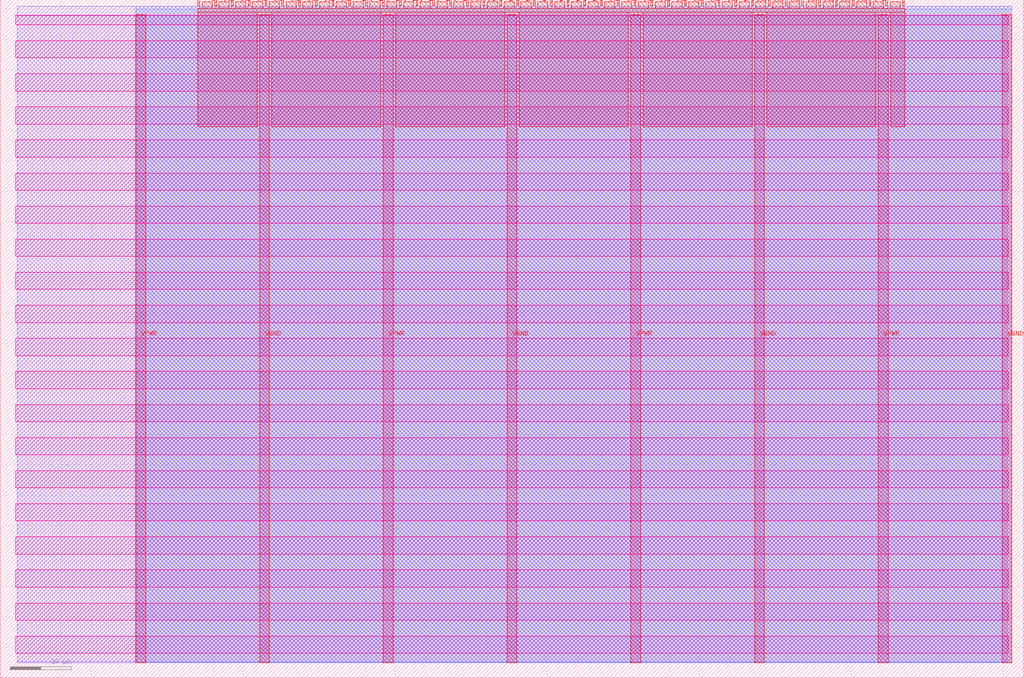
<source format=lef>
VERSION 5.7 ;
  NOWIREEXTENSIONATPIN ON ;
  DIVIDERCHAR "/" ;
  BUSBITCHARS "[]" ;
MACRO tt_um_matrix_multiplier_dup
  CLASS BLOCK ;
  FOREIGN tt_um_matrix_multiplier_dup ;
  ORIGIN 0.000 0.000 ;
  SIZE 168.360 BY 111.520 ;
  PIN VGND
    DIRECTION INOUT ;
    USE GROUND ;
    PORT
      LAYER met4 ;
        RECT 42.670 2.480 44.270 109.040 ;
    END
    PORT
      LAYER met4 ;
        RECT 83.380 2.480 84.980 109.040 ;
    END
    PORT
      LAYER met4 ;
        RECT 124.090 2.480 125.690 109.040 ;
    END
    PORT
      LAYER met4 ;
        RECT 164.800 2.480 166.400 109.040 ;
    END
  END VGND
  PIN VPWR
    DIRECTION INOUT ;
    USE POWER ;
    PORT
      LAYER met4 ;
        RECT 22.315 2.480 23.915 109.040 ;
    END
    PORT
      LAYER met4 ;
        RECT 63.025 2.480 64.625 109.040 ;
    END
    PORT
      LAYER met4 ;
        RECT 103.735 2.480 105.335 109.040 ;
    END
    PORT
      LAYER met4 ;
        RECT 144.445 2.480 146.045 109.040 ;
    END
  END VPWR
  PIN clk
    DIRECTION INPUT ;
    USE SIGNAL ;
    ANTENNAGATEAREA 0.852000 ;
    PORT
      LAYER met4 ;
        RECT 145.670 110.520 145.970 111.520 ;
    END
  END clk
  PIN ena
    DIRECTION INPUT ;
    USE SIGNAL ;
    ANTENNAGATEAREA 0.159000 ;
    PORT
      LAYER met4 ;
        RECT 148.430 110.520 148.730 111.520 ;
    END
  END ena
  PIN rst_n
    DIRECTION INPUT ;
    USE SIGNAL ;
    ANTENNAGATEAREA 0.213000 ;
    PORT
      LAYER met4 ;
        RECT 142.910 110.520 143.210 111.520 ;
    END
  END rst_n
  PIN ui_in[0]
    DIRECTION INPUT ;
    USE SIGNAL ;
    ANTENNAGATEAREA 0.196500 ;
    PORT
      LAYER met4 ;
        RECT 140.150 110.520 140.450 111.520 ;
    END
  END ui_in[0]
  PIN ui_in[1]
    DIRECTION INPUT ;
    USE SIGNAL ;
    ANTENNAGATEAREA 0.213000 ;
    PORT
      LAYER met4 ;
        RECT 137.390 110.520 137.690 111.520 ;
    END
  END ui_in[1]
  PIN ui_in[2]
    DIRECTION INPUT ;
    USE SIGNAL ;
    ANTENNAGATEAREA 0.213000 ;
    PORT
      LAYER met4 ;
        RECT 134.630 110.520 134.930 111.520 ;
    END
  END ui_in[2]
  PIN ui_in[3]
    DIRECTION INPUT ;
    USE SIGNAL ;
    ANTENNAGATEAREA 0.159000 ;
    PORT
      LAYER met4 ;
        RECT 131.870 110.520 132.170 111.520 ;
    END
  END ui_in[3]
  PIN ui_in[4]
    DIRECTION INPUT ;
    USE SIGNAL ;
    ANTENNAGATEAREA 0.159000 ;
    PORT
      LAYER met4 ;
        RECT 129.110 110.520 129.410 111.520 ;
    END
  END ui_in[4]
  PIN ui_in[5]
    DIRECTION INPUT ;
    USE SIGNAL ;
    ANTENNAGATEAREA 0.213000 ;
    PORT
      LAYER met4 ;
        RECT 126.350 110.520 126.650 111.520 ;
    END
  END ui_in[5]
  PIN ui_in[6]
    DIRECTION INPUT ;
    USE SIGNAL ;
    ANTENNAGATEAREA 0.159000 ;
    PORT
      LAYER met4 ;
        RECT 123.590 110.520 123.890 111.520 ;
    END
  END ui_in[6]
  PIN ui_in[7]
    DIRECTION INPUT ;
    USE SIGNAL ;
    ANTENNAGATEAREA 0.159000 ;
    PORT
      LAYER met4 ;
        RECT 120.830 110.520 121.130 111.520 ;
    END
  END ui_in[7]
  PIN uio_in[0]
    DIRECTION INPUT ;
    USE SIGNAL ;
    ANTENNAGATEAREA 0.196500 ;
    PORT
      LAYER met4 ;
        RECT 118.070 110.520 118.370 111.520 ;
    END
  END uio_in[0]
  PIN uio_in[1]
    DIRECTION INPUT ;
    USE SIGNAL ;
    ANTENNAGATEAREA 0.213000 ;
    PORT
      LAYER met4 ;
        RECT 115.310 110.520 115.610 111.520 ;
    END
  END uio_in[1]
  PIN uio_in[2]
    DIRECTION INPUT ;
    USE SIGNAL ;
    ANTENNAGATEAREA 0.213000 ;
    PORT
      LAYER met4 ;
        RECT 112.550 110.520 112.850 111.520 ;
    END
  END uio_in[2]
  PIN uio_in[3]
    DIRECTION INPUT ;
    USE SIGNAL ;
    ANTENNAGATEAREA 0.159000 ;
    PORT
      LAYER met4 ;
        RECT 109.790 110.520 110.090 111.520 ;
    END
  END uio_in[3]
  PIN uio_in[4]
    DIRECTION INPUT ;
    USE SIGNAL ;
    ANTENNAGATEAREA 0.159000 ;
    PORT
      LAYER met4 ;
        RECT 107.030 110.520 107.330 111.520 ;
    END
  END uio_in[4]
  PIN uio_in[5]
    DIRECTION INPUT ;
    USE SIGNAL ;
    ANTENNAGATEAREA 0.126000 ;
    PORT
      LAYER met4 ;
        RECT 104.270 110.520 104.570 111.520 ;
    END
  END uio_in[5]
  PIN uio_in[6]
    DIRECTION INPUT ;
    USE SIGNAL ;
    ANTENNAGATEAREA 0.213000 ;
    PORT
      LAYER met4 ;
        RECT 101.510 110.520 101.810 111.520 ;
    END
  END uio_in[6]
  PIN uio_in[7]
    DIRECTION INPUT ;
    USE SIGNAL ;
    ANTENNAGATEAREA 0.213000 ;
    PORT
      LAYER met4 ;
        RECT 98.750 110.520 99.050 111.520 ;
    END
  END uio_in[7]
  PIN uio_oe[0]
    DIRECTION OUTPUT TRISTATE ;
    USE SIGNAL ;
    ANTENNADIFFAREA 0.445500 ;
    PORT
      LAYER met4 ;
        RECT 51.830 110.520 52.130 111.520 ;
    END
  END uio_oe[0]
  PIN uio_oe[1]
    DIRECTION OUTPUT TRISTATE ;
    USE SIGNAL ;
    ANTENNADIFFAREA 0.445500 ;
    PORT
      LAYER met4 ;
        RECT 49.070 110.520 49.370 111.520 ;
    END
  END uio_oe[1]
  PIN uio_oe[2]
    DIRECTION OUTPUT TRISTATE ;
    USE SIGNAL ;
    ANTENNADIFFAREA 0.445500 ;
    PORT
      LAYER met4 ;
        RECT 46.310 110.520 46.610 111.520 ;
    END
  END uio_oe[2]
  PIN uio_oe[3]
    DIRECTION OUTPUT TRISTATE ;
    USE SIGNAL ;
    ANTENNADIFFAREA 0.445500 ;
    PORT
      LAYER met4 ;
        RECT 43.550 110.520 43.850 111.520 ;
    END
  END uio_oe[3]
  PIN uio_oe[4]
    DIRECTION OUTPUT TRISTATE ;
    USE SIGNAL ;
    ANTENNADIFFAREA 0.445500 ;
    PORT
      LAYER met4 ;
        RECT 40.790 110.520 41.090 111.520 ;
    END
  END uio_oe[4]
  PIN uio_oe[5]
    DIRECTION OUTPUT TRISTATE ;
    USE SIGNAL ;
    ANTENNADIFFAREA 0.445500 ;
    PORT
      LAYER met4 ;
        RECT 38.030 110.520 38.330 111.520 ;
    END
  END uio_oe[5]
  PIN uio_oe[6]
    DIRECTION OUTPUT TRISTATE ;
    USE SIGNAL ;
    ANTENNADIFFAREA 0.445500 ;
    PORT
      LAYER met4 ;
        RECT 35.270 110.520 35.570 111.520 ;
    END
  END uio_oe[6]
  PIN uio_oe[7]
    DIRECTION OUTPUT TRISTATE ;
    USE SIGNAL ;
    ANTENNADIFFAREA 0.445500 ;
    PORT
      LAYER met4 ;
        RECT 32.510 110.520 32.810 111.520 ;
    END
  END uio_oe[7]
  PIN uio_out[0]
    DIRECTION OUTPUT TRISTATE ;
    USE SIGNAL ;
    ANTENNAGATEAREA 0.247500 ;
    ANTENNADIFFAREA 0.445500 ;
    PORT
      LAYER met4 ;
        RECT 73.910 110.520 74.210 111.520 ;
    END
  END uio_out[0]
  PIN uio_out[1]
    DIRECTION OUTPUT TRISTATE ;
    USE SIGNAL ;
    ANTENNAGATEAREA 0.126000 ;
    ANTENNADIFFAREA 0.891000 ;
    PORT
      LAYER met4 ;
        RECT 71.150 110.520 71.450 111.520 ;
    END
  END uio_out[1]
  PIN uio_out[2]
    DIRECTION OUTPUT TRISTATE ;
    USE SIGNAL ;
    ANTENNAGATEAREA 0.126000 ;
    ANTENNADIFFAREA 0.891000 ;
    PORT
      LAYER met4 ;
        RECT 68.390 110.520 68.690 111.520 ;
    END
  END uio_out[2]
  PIN uio_out[3]
    DIRECTION OUTPUT TRISTATE ;
    USE SIGNAL ;
    ANTENNAGATEAREA 0.247500 ;
    ANTENNADIFFAREA 0.891000 ;
    PORT
      LAYER met4 ;
        RECT 65.630 110.520 65.930 111.520 ;
    END
  END uio_out[3]
  PIN uio_out[4]
    DIRECTION OUTPUT TRISTATE ;
    USE SIGNAL ;
    ANTENNAGATEAREA 0.247500 ;
    ANTENNADIFFAREA 0.891000 ;
    PORT
      LAYER met4 ;
        RECT 62.870 110.520 63.170 111.520 ;
    END
  END uio_out[4]
  PIN uio_out[5]
    DIRECTION OUTPUT TRISTATE ;
    USE SIGNAL ;
    ANTENNAGATEAREA 0.126000 ;
    ANTENNADIFFAREA 0.445500 ;
    PORT
      LAYER met4 ;
        RECT 60.110 110.520 60.410 111.520 ;
    END
  END uio_out[5]
  PIN uio_out[6]
    DIRECTION OUTPUT TRISTATE ;
    USE SIGNAL ;
    ANTENNAGATEAREA 0.126000 ;
    ANTENNADIFFAREA 0.445500 ;
    PORT
      LAYER met4 ;
        RECT 57.350 110.520 57.650 111.520 ;
    END
  END uio_out[6]
  PIN uio_out[7]
    DIRECTION OUTPUT TRISTATE ;
    USE SIGNAL ;
    ANTENNAGATEAREA 0.247500 ;
    ANTENNADIFFAREA 0.891000 ;
    PORT
      LAYER met4 ;
        RECT 54.590 110.520 54.890 111.520 ;
    END
  END uio_out[7]
  PIN uo_out[0]
    DIRECTION OUTPUT TRISTATE ;
    USE SIGNAL ;
    ANTENNAGATEAREA 0.247500 ;
    ANTENNADIFFAREA 0.891000 ;
    PORT
      LAYER met4 ;
        RECT 95.990 110.520 96.290 111.520 ;
    END
  END uo_out[0]
  PIN uo_out[1]
    DIRECTION OUTPUT TRISTATE ;
    USE SIGNAL ;
    ANTENNAGATEAREA 0.126000 ;
    ANTENNADIFFAREA 0.891000 ;
    PORT
      LAYER met4 ;
        RECT 93.230 110.520 93.530 111.520 ;
    END
  END uo_out[1]
  PIN uo_out[2]
    DIRECTION OUTPUT TRISTATE ;
    USE SIGNAL ;
    ANTENNAGATEAREA 0.126000 ;
    ANTENNADIFFAREA 0.445500 ;
    PORT
      LAYER met4 ;
        RECT 90.470 110.520 90.770 111.520 ;
    END
  END uo_out[2]
  PIN uo_out[3]
    DIRECTION OUTPUT TRISTATE ;
    USE SIGNAL ;
    ANTENNAGATEAREA 0.247500 ;
    ANTENNADIFFAREA 0.891000 ;
    PORT
      LAYER met4 ;
        RECT 87.710 110.520 88.010 111.520 ;
    END
  END uo_out[3]
  PIN uo_out[4]
    DIRECTION OUTPUT TRISTATE ;
    USE SIGNAL ;
    ANTENNAGATEAREA 0.247500 ;
    ANTENNADIFFAREA 0.891000 ;
    PORT
      LAYER met4 ;
        RECT 84.950 110.520 85.250 111.520 ;
    END
  END uo_out[4]
  PIN uo_out[5]
    DIRECTION OUTPUT TRISTATE ;
    USE SIGNAL ;
    ANTENNAGATEAREA 0.126000 ;
    ANTENNADIFFAREA 0.891000 ;
    PORT
      LAYER met4 ;
        RECT 82.190 110.520 82.490 111.520 ;
    END
  END uo_out[5]
  PIN uo_out[6]
    DIRECTION OUTPUT TRISTATE ;
    USE SIGNAL ;
    ANTENNAGATEAREA 0.126000 ;
    ANTENNADIFFAREA 0.445500 ;
    PORT
      LAYER met4 ;
        RECT 79.430 110.520 79.730 111.520 ;
    END
  END uo_out[6]
  PIN uo_out[7]
    DIRECTION OUTPUT TRISTATE ;
    USE SIGNAL ;
    ANTENNAGATEAREA 0.247500 ;
    ANTENNADIFFAREA 0.891000 ;
    PORT
      LAYER met4 ;
        RECT 76.670 110.520 76.970 111.520 ;
    END
  END uo_out[7]
  OBS
      LAYER nwell ;
        RECT 2.570 107.385 165.790 108.990 ;
        RECT 2.570 101.945 165.790 104.775 ;
        RECT 2.570 96.505 165.790 99.335 ;
        RECT 2.570 91.065 165.790 93.895 ;
        RECT 2.570 85.625 165.790 88.455 ;
        RECT 2.570 80.185 165.790 83.015 ;
        RECT 2.570 74.745 165.790 77.575 ;
        RECT 2.570 69.305 165.790 72.135 ;
        RECT 2.570 63.865 165.790 66.695 ;
        RECT 2.570 58.425 165.790 61.255 ;
        RECT 2.570 52.985 165.790 55.815 ;
        RECT 2.570 47.545 165.790 50.375 ;
        RECT 2.570 42.105 165.790 44.935 ;
        RECT 2.570 36.665 165.790 39.495 ;
        RECT 2.570 31.225 165.790 34.055 ;
        RECT 2.570 25.785 165.790 28.615 ;
        RECT 2.570 20.345 165.790 23.175 ;
        RECT 2.570 14.905 165.790 17.735 ;
        RECT 2.570 9.465 165.790 12.295 ;
        RECT 2.570 4.025 165.790 6.855 ;
      LAYER li1 ;
        RECT 2.760 2.635 165.600 108.885 ;
      LAYER met1 ;
        RECT 2.760 2.480 166.400 110.460 ;
      LAYER met2 ;
        RECT 22.345 2.535 166.370 110.490 ;
      LAYER met3 ;
        RECT 22.325 2.555 166.390 109.985 ;
      LAYER met4 ;
        RECT 33.210 110.120 34.870 111.170 ;
        RECT 35.970 110.120 37.630 111.170 ;
        RECT 38.730 110.120 40.390 111.170 ;
        RECT 41.490 110.120 43.150 111.170 ;
        RECT 44.250 110.120 45.910 111.170 ;
        RECT 47.010 110.120 48.670 111.170 ;
        RECT 49.770 110.120 51.430 111.170 ;
        RECT 52.530 110.120 54.190 111.170 ;
        RECT 55.290 110.120 56.950 111.170 ;
        RECT 58.050 110.120 59.710 111.170 ;
        RECT 60.810 110.120 62.470 111.170 ;
        RECT 63.570 110.120 65.230 111.170 ;
        RECT 66.330 110.120 67.990 111.170 ;
        RECT 69.090 110.120 70.750 111.170 ;
        RECT 71.850 110.120 73.510 111.170 ;
        RECT 74.610 110.120 76.270 111.170 ;
        RECT 77.370 110.120 79.030 111.170 ;
        RECT 80.130 110.120 81.790 111.170 ;
        RECT 82.890 110.120 84.550 111.170 ;
        RECT 85.650 110.120 87.310 111.170 ;
        RECT 88.410 110.120 90.070 111.170 ;
        RECT 91.170 110.120 92.830 111.170 ;
        RECT 93.930 110.120 95.590 111.170 ;
        RECT 96.690 110.120 98.350 111.170 ;
        RECT 99.450 110.120 101.110 111.170 ;
        RECT 102.210 110.120 103.870 111.170 ;
        RECT 104.970 110.120 106.630 111.170 ;
        RECT 107.730 110.120 109.390 111.170 ;
        RECT 110.490 110.120 112.150 111.170 ;
        RECT 113.250 110.120 114.910 111.170 ;
        RECT 116.010 110.120 117.670 111.170 ;
        RECT 118.770 110.120 120.430 111.170 ;
        RECT 121.530 110.120 123.190 111.170 ;
        RECT 124.290 110.120 125.950 111.170 ;
        RECT 127.050 110.120 128.710 111.170 ;
        RECT 129.810 110.120 131.470 111.170 ;
        RECT 132.570 110.120 134.230 111.170 ;
        RECT 135.330 110.120 136.990 111.170 ;
        RECT 138.090 110.120 139.750 111.170 ;
        RECT 140.850 110.120 142.510 111.170 ;
        RECT 143.610 110.120 145.270 111.170 ;
        RECT 146.370 110.120 148.030 111.170 ;
        RECT 32.495 109.440 148.745 110.120 ;
        RECT 32.495 90.615 42.270 109.440 ;
        RECT 44.670 90.615 62.625 109.440 ;
        RECT 65.025 90.615 82.980 109.440 ;
        RECT 85.380 90.615 103.335 109.440 ;
        RECT 105.735 90.615 123.690 109.440 ;
        RECT 126.090 90.615 144.045 109.440 ;
        RECT 146.445 90.615 148.745 109.440 ;
  END
END tt_um_matrix_multiplier_dup
END LIBRARY


</source>
